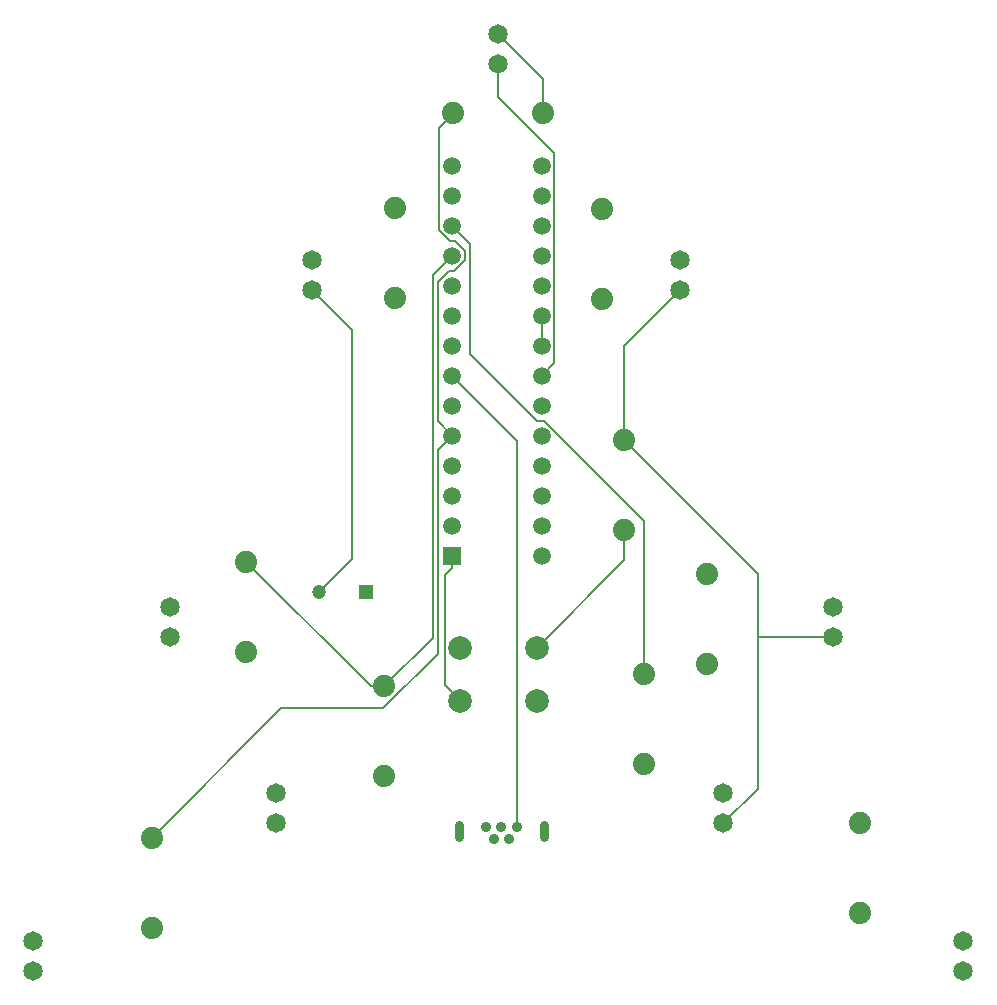
<source format=gbl>
G04 Layer: BottomLayer*
G04 EasyEDA v6.2.35, 2019-08-21T20:42:41--4:00*
G04 b93f31dc4dfb4fa4b1faa3162af4ed07,6e2bf04d41c14c7a8c50f1ceb3267db7,10*
G04 Gerber Generator version 0.2*
G04 Scale: 100 percent, Rotated: No, Reflected: No *
G04 Dimensions in millimeters *
G04 leading zeros omitted , absolute positions ,3 integer and 3 decimal *
%FSLAX33Y33*%
%MOMM*%
G90*
G71D02*

%ADD11C,0.159995*%
%ADD12C,1.999996*%
%ADD13C,1.651000*%
%ADD15C,1.199998*%
%ADD16C,1.879600*%
%ADD17C,0.899998*%
%ADD18C,1.499997*%
%ADD20C,0.799998*%

%LPD*%
G54D11*
G01X51119Y60290D02*
G01X51119Y62830D01*
G01X48991Y19516D02*
G01X48991Y52259D01*
G01X43499Y57750D01*
G01X62803Y64989D02*
G01X58104Y60290D01*
G01X58104Y52289D01*
G01X32230Y39462D02*
G01X35046Y42282D01*
G01X35046Y61632D01*
G01X31688Y64989D01*
G01X69385Y35652D02*
G01X69385Y41009D01*
G01X58104Y52289D01*
G01X66486Y19904D02*
G01X69385Y22803D01*
G01X69385Y35652D01*
G01X69385Y35652D02*
G01X75757Y35652D01*
G01X47436Y84166D02*
G01X47436Y81380D01*
G01X52169Y76648D01*
G01X52169Y58799D01*
G01X51119Y57750D01*
G01X59755Y32477D02*
G01X59755Y45480D01*
G01X51295Y53940D01*
G01X50711Y53940D01*
G01X45046Y59605D01*
G01X45046Y68904D01*
G01X43499Y70450D01*
G01X37784Y31461D02*
G01X41915Y35591D01*
G01X41915Y66325D01*
G01X41915Y66325D01*
G01X43499Y67910D01*
G01X37784Y31461D02*
G01X36641Y31461D01*
G01X26100Y42002D01*
G01X18099Y18634D02*
G01X29052Y29587D01*
G01X37685Y29587D01*
G01X42275Y34177D01*
G01X42275Y51446D01*
G01X43499Y52670D01*
G01X43626Y79975D02*
G01X42392Y78741D01*
G01X42392Y70110D01*
G01X43324Y69180D01*
G01X43728Y69180D01*
G01X44584Y68324D01*
G01X44584Y67588D01*
G01X43637Y66640D01*
G01X43251Y66640D01*
G01X42278Y65668D01*
G01X42278Y53892D01*
G01X43499Y52670D01*
G01X43499Y42510D02*
G01X43499Y41520D01*
G01X44188Y30227D02*
G01X42867Y31548D01*
G01X42867Y40887D01*
G01X43499Y41520D01*
G01X58104Y44669D02*
G01X58104Y42145D01*
G01X50688Y34728D01*
G01X51246Y79975D02*
G01X51246Y82896D01*
G01X47436Y86706D01*
G54D12*
G01X50686Y30227D03*
G01X44187Y30227D03*
G01X44187Y34727D03*
G01X50686Y34727D03*
G54D13*
G01X62803Y67529D03*
G01X62803Y64989D03*
G01X19623Y38192D03*
G01X19623Y35652D03*
G01X75757Y38192D03*
G01X75757Y35652D03*
G01X31688Y67529D03*
G01X31688Y64989D03*
G01X8066Y9871D03*
G01X8066Y7331D03*
G01X28640Y22444D03*
G01X28640Y19904D03*
G01X66486Y22444D03*
G01X66486Y19904D03*
G01X86806Y9871D03*
G01X86806Y7331D03*
G01X47436Y86706D03*
G01X47436Y84166D03*
G36*
G01X36827Y40062D02*
G01X35628Y40062D01*
G01X35628Y38863D01*
G01X36827Y38863D01*
G01X36827Y40062D01*
G37*
G54D15*
G01X32228Y39462D03*
G54D16*
G01X58104Y44669D03*
G01X58104Y52289D03*
G01X18099Y11014D03*
G01X18099Y18634D03*
G01X56199Y64227D03*
G01X56199Y71847D03*
G01X51246Y79975D03*
G01X43626Y79975D03*
G01X26100Y34382D03*
G01X26100Y42002D03*
G01X65089Y33366D03*
G01X65089Y40986D03*
G01X37784Y23841D03*
G01X37784Y31461D03*
G01X38673Y64354D03*
G01X38673Y71974D03*
G01X59755Y24857D03*
G01X59755Y32477D03*
G01X78043Y12284D03*
G01X78043Y19904D03*
G54D17*
G01X48991Y19516D03*
G01X48341Y18515D03*
G01X47690Y19516D03*
G01X47040Y18515D03*
G01X46390Y19516D03*
G54D18*
G01X51119Y75530D03*
G01X51119Y72990D03*
G01X51119Y70450D03*
G01X51119Y67910D03*
G01X51119Y65370D03*
G01X51119Y62830D03*
G01X51119Y60290D03*
G01X51119Y57750D03*
G01X51119Y55210D03*
G01X51119Y52670D03*
G01X51119Y50130D03*
G01X51119Y47590D03*
G01X51119Y45050D03*
G01X51119Y42510D03*
G01X43499Y75530D03*
G01X43499Y72990D03*
G01X43499Y70450D03*
G01X43499Y67910D03*
G01X43499Y65370D03*
G01X43499Y62830D03*
G01X43499Y60290D03*
G01X43499Y57750D03*
G01X43499Y55210D03*
G01X43499Y52670D03*
G01X43499Y50130D03*
G01X43499Y47590D03*
G01X43499Y45050D03*
G36*
G01X42750Y41761D02*
G01X44249Y41761D01*
G01X44249Y43260D01*
G01X42750Y43260D01*
G01X42750Y41761D01*
G37*
G54D20*
G01X51269Y18716D02*
G01X51269Y19716D01*
G01X44112Y18716D02*
G01X44112Y19716D01*
M00*
M02*

</source>
